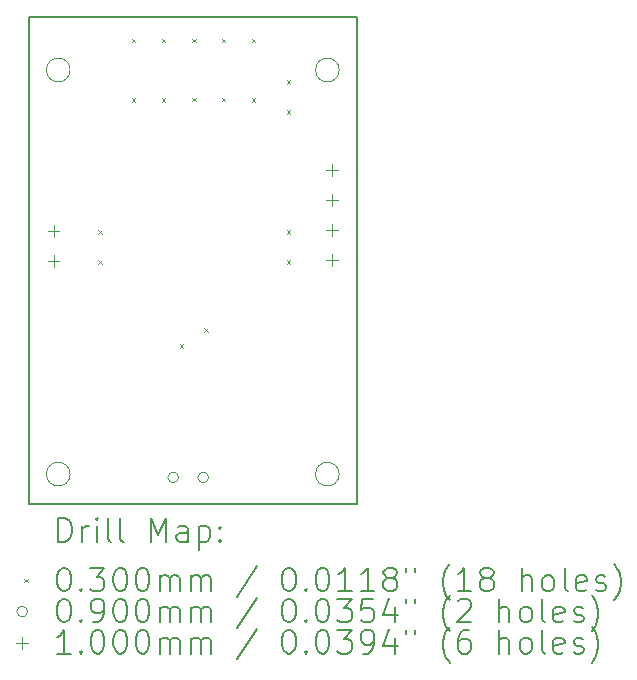
<source format=gbr>
%TF.GenerationSoftware,KiCad,Pcbnew,9.0.0*%
%TF.CreationDate,2025-03-07T16:35:21+08:00*%
%TF.ProjectId,Esp32InfraredController,45737033-3249-46e6-9672-61726564436f,rev?*%
%TF.SameCoordinates,Original*%
%TF.FileFunction,Drillmap*%
%TF.FilePolarity,Positive*%
%FSLAX45Y45*%
G04 Gerber Fmt 4.5, Leading zero omitted, Abs format (unit mm)*
G04 Created by KiCad (PCBNEW 9.0.0) date 2025-03-07 16:35:21*
%MOMM*%
%LPD*%
G01*
G04 APERTURE LIST*
%ADD10C,0.050000*%
%ADD11C,0.200000*%
%ADD12C,0.100000*%
G04 APERTURE END LIST*
D10*
X12978000Y-8372000D02*
G75*
G02*
X12778000Y-8372000I-100000J0D01*
G01*
X12778000Y-8372000D02*
G75*
G02*
X12978000Y-8372000I100000J0D01*
G01*
X10700000Y-4950000D02*
G75*
G02*
X10500000Y-4950000I-100000J0D01*
G01*
X10500000Y-4950000D02*
G75*
G02*
X10700000Y-4950000I100000J0D01*
G01*
X10700000Y-8372000D02*
G75*
G02*
X10500000Y-8372000I-100000J0D01*
G01*
X10500000Y-8372000D02*
G75*
G02*
X10700000Y-8372000I100000J0D01*
G01*
X12978000Y-4950000D02*
G75*
G02*
X12778000Y-4950000I-100000J0D01*
G01*
X12778000Y-4950000D02*
G75*
G02*
X12978000Y-4950000I100000J0D01*
G01*
D11*
X10350000Y-4500000D02*
X13128000Y-4500000D01*
X13128000Y-8622000D01*
X10350000Y-8622000D01*
X10350000Y-4500000D01*
D12*
X10936500Y-6309000D02*
X10966500Y-6339000D01*
X10966500Y-6309000D02*
X10936500Y-6339000D01*
X10936500Y-6563000D02*
X10966500Y-6593000D01*
X10966500Y-6563000D02*
X10936500Y-6593000D01*
X11223000Y-4685000D02*
X11253000Y-4715000D01*
X11253000Y-4685000D02*
X11223000Y-4715000D01*
X11223000Y-5189000D02*
X11253000Y-5219000D01*
X11253000Y-5189000D02*
X11223000Y-5219000D01*
X11477000Y-4685000D02*
X11507000Y-4715000D01*
X11507000Y-4685000D02*
X11477000Y-4715000D01*
X11477000Y-5189000D02*
X11507000Y-5219000D01*
X11507000Y-5189000D02*
X11477000Y-5219000D01*
X11630000Y-7272500D02*
X11660000Y-7302500D01*
X11660000Y-7272500D02*
X11630000Y-7302500D01*
X11735000Y-4685000D02*
X11765000Y-4715000D01*
X11765000Y-4685000D02*
X11735000Y-4715000D01*
X11735000Y-5185000D02*
X11765000Y-5215000D01*
X11765000Y-5185000D02*
X11735000Y-5215000D01*
X11835000Y-7135000D02*
X11865000Y-7165000D01*
X11865000Y-7135000D02*
X11835000Y-7165000D01*
X11985000Y-4685000D02*
X12015000Y-4715000D01*
X12015000Y-4685000D02*
X11985000Y-4715000D01*
X11985000Y-5185000D02*
X12015000Y-5215000D01*
X12015000Y-5185000D02*
X11985000Y-5215000D01*
X12239000Y-4685000D02*
X12269000Y-4715000D01*
X12269000Y-4685000D02*
X12239000Y-4715000D01*
X12239000Y-5189000D02*
X12269000Y-5219000D01*
X12269000Y-5189000D02*
X12239000Y-5219000D01*
X12533500Y-5039000D02*
X12563500Y-5069000D01*
X12563500Y-5039000D02*
X12533500Y-5069000D01*
X12533500Y-5293000D02*
X12563500Y-5323000D01*
X12563500Y-5293000D02*
X12533500Y-5323000D01*
X12533500Y-6309000D02*
X12563500Y-6339000D01*
X12563500Y-6309000D02*
X12533500Y-6339000D01*
X12533500Y-6563000D02*
X12563500Y-6593000D01*
X12563500Y-6563000D02*
X12533500Y-6593000D01*
X11618000Y-8400000D02*
G75*
G02*
X11528000Y-8400000I-45000J0D01*
G01*
X11528000Y-8400000D02*
G75*
G02*
X11618000Y-8400000I45000J0D01*
G01*
X11872000Y-8400000D02*
G75*
G02*
X11782000Y-8400000I-45000J0D01*
G01*
X11782000Y-8400000D02*
G75*
G02*
X11872000Y-8400000I45000J0D01*
G01*
X10560000Y-6263500D02*
X10560000Y-6363500D01*
X10510000Y-6313500D02*
X10610000Y-6313500D01*
X10560000Y-6517500D02*
X10560000Y-6617500D01*
X10510000Y-6567500D02*
X10610000Y-6567500D01*
X12920000Y-5748000D02*
X12920000Y-5848000D01*
X12870000Y-5798000D02*
X12970000Y-5798000D01*
X12920000Y-6002000D02*
X12920000Y-6102000D01*
X12870000Y-6052000D02*
X12970000Y-6052000D01*
X12920000Y-6256000D02*
X12920000Y-6356000D01*
X12870000Y-6306000D02*
X12970000Y-6306000D01*
X12920000Y-6510000D02*
X12920000Y-6610000D01*
X12870000Y-6560000D02*
X12970000Y-6560000D01*
D11*
X10600777Y-8943484D02*
X10600777Y-8743484D01*
X10600777Y-8743484D02*
X10648396Y-8743484D01*
X10648396Y-8743484D02*
X10676967Y-8753008D01*
X10676967Y-8753008D02*
X10696015Y-8772055D01*
X10696015Y-8772055D02*
X10705539Y-8791103D01*
X10705539Y-8791103D02*
X10715063Y-8829198D01*
X10715063Y-8829198D02*
X10715063Y-8857770D01*
X10715063Y-8857770D02*
X10705539Y-8895865D01*
X10705539Y-8895865D02*
X10696015Y-8914912D01*
X10696015Y-8914912D02*
X10676967Y-8933960D01*
X10676967Y-8933960D02*
X10648396Y-8943484D01*
X10648396Y-8943484D02*
X10600777Y-8943484D01*
X10800777Y-8943484D02*
X10800777Y-8810150D01*
X10800777Y-8848246D02*
X10810301Y-8829198D01*
X10810301Y-8829198D02*
X10819824Y-8819674D01*
X10819824Y-8819674D02*
X10838872Y-8810150D01*
X10838872Y-8810150D02*
X10857920Y-8810150D01*
X10924586Y-8943484D02*
X10924586Y-8810150D01*
X10924586Y-8743484D02*
X10915063Y-8753008D01*
X10915063Y-8753008D02*
X10924586Y-8762531D01*
X10924586Y-8762531D02*
X10934110Y-8753008D01*
X10934110Y-8753008D02*
X10924586Y-8743484D01*
X10924586Y-8743484D02*
X10924586Y-8762531D01*
X11048396Y-8943484D02*
X11029348Y-8933960D01*
X11029348Y-8933960D02*
X11019824Y-8914912D01*
X11019824Y-8914912D02*
X11019824Y-8743484D01*
X11153158Y-8943484D02*
X11134110Y-8933960D01*
X11134110Y-8933960D02*
X11124586Y-8914912D01*
X11124586Y-8914912D02*
X11124586Y-8743484D01*
X11381729Y-8943484D02*
X11381729Y-8743484D01*
X11381729Y-8743484D02*
X11448396Y-8886341D01*
X11448396Y-8886341D02*
X11515062Y-8743484D01*
X11515062Y-8743484D02*
X11515062Y-8943484D01*
X11696015Y-8943484D02*
X11696015Y-8838722D01*
X11696015Y-8838722D02*
X11686491Y-8819674D01*
X11686491Y-8819674D02*
X11667443Y-8810150D01*
X11667443Y-8810150D02*
X11629348Y-8810150D01*
X11629348Y-8810150D02*
X11610301Y-8819674D01*
X11696015Y-8933960D02*
X11676967Y-8943484D01*
X11676967Y-8943484D02*
X11629348Y-8943484D01*
X11629348Y-8943484D02*
X11610301Y-8933960D01*
X11610301Y-8933960D02*
X11600777Y-8914912D01*
X11600777Y-8914912D02*
X11600777Y-8895865D01*
X11600777Y-8895865D02*
X11610301Y-8876817D01*
X11610301Y-8876817D02*
X11629348Y-8867293D01*
X11629348Y-8867293D02*
X11676967Y-8867293D01*
X11676967Y-8867293D02*
X11696015Y-8857770D01*
X11791253Y-8810150D02*
X11791253Y-9010150D01*
X11791253Y-8819674D02*
X11810301Y-8810150D01*
X11810301Y-8810150D02*
X11848396Y-8810150D01*
X11848396Y-8810150D02*
X11867443Y-8819674D01*
X11867443Y-8819674D02*
X11876967Y-8829198D01*
X11876967Y-8829198D02*
X11886491Y-8848246D01*
X11886491Y-8848246D02*
X11886491Y-8905389D01*
X11886491Y-8905389D02*
X11876967Y-8924436D01*
X11876967Y-8924436D02*
X11867443Y-8933960D01*
X11867443Y-8933960D02*
X11848396Y-8943484D01*
X11848396Y-8943484D02*
X11810301Y-8943484D01*
X11810301Y-8943484D02*
X11791253Y-8933960D01*
X11972205Y-8924436D02*
X11981729Y-8933960D01*
X11981729Y-8933960D02*
X11972205Y-8943484D01*
X11972205Y-8943484D02*
X11962682Y-8933960D01*
X11962682Y-8933960D02*
X11972205Y-8924436D01*
X11972205Y-8924436D02*
X11972205Y-8943484D01*
X11972205Y-8819674D02*
X11981729Y-8829198D01*
X11981729Y-8829198D02*
X11972205Y-8838722D01*
X11972205Y-8838722D02*
X11962682Y-8829198D01*
X11962682Y-8829198D02*
X11972205Y-8819674D01*
X11972205Y-8819674D02*
X11972205Y-8838722D01*
D12*
X10310000Y-9257000D02*
X10340000Y-9287000D01*
X10340000Y-9257000D02*
X10310000Y-9287000D01*
D11*
X10638872Y-9163484D02*
X10657920Y-9163484D01*
X10657920Y-9163484D02*
X10676967Y-9173008D01*
X10676967Y-9173008D02*
X10686491Y-9182531D01*
X10686491Y-9182531D02*
X10696015Y-9201579D01*
X10696015Y-9201579D02*
X10705539Y-9239674D01*
X10705539Y-9239674D02*
X10705539Y-9287293D01*
X10705539Y-9287293D02*
X10696015Y-9325389D01*
X10696015Y-9325389D02*
X10686491Y-9344436D01*
X10686491Y-9344436D02*
X10676967Y-9353960D01*
X10676967Y-9353960D02*
X10657920Y-9363484D01*
X10657920Y-9363484D02*
X10638872Y-9363484D01*
X10638872Y-9363484D02*
X10619824Y-9353960D01*
X10619824Y-9353960D02*
X10610301Y-9344436D01*
X10610301Y-9344436D02*
X10600777Y-9325389D01*
X10600777Y-9325389D02*
X10591253Y-9287293D01*
X10591253Y-9287293D02*
X10591253Y-9239674D01*
X10591253Y-9239674D02*
X10600777Y-9201579D01*
X10600777Y-9201579D02*
X10610301Y-9182531D01*
X10610301Y-9182531D02*
X10619824Y-9173008D01*
X10619824Y-9173008D02*
X10638872Y-9163484D01*
X10791253Y-9344436D02*
X10800777Y-9353960D01*
X10800777Y-9353960D02*
X10791253Y-9363484D01*
X10791253Y-9363484D02*
X10781729Y-9353960D01*
X10781729Y-9353960D02*
X10791253Y-9344436D01*
X10791253Y-9344436D02*
X10791253Y-9363484D01*
X10867444Y-9163484D02*
X10991253Y-9163484D01*
X10991253Y-9163484D02*
X10924586Y-9239674D01*
X10924586Y-9239674D02*
X10953158Y-9239674D01*
X10953158Y-9239674D02*
X10972205Y-9249198D01*
X10972205Y-9249198D02*
X10981729Y-9258722D01*
X10981729Y-9258722D02*
X10991253Y-9277770D01*
X10991253Y-9277770D02*
X10991253Y-9325389D01*
X10991253Y-9325389D02*
X10981729Y-9344436D01*
X10981729Y-9344436D02*
X10972205Y-9353960D01*
X10972205Y-9353960D02*
X10953158Y-9363484D01*
X10953158Y-9363484D02*
X10896015Y-9363484D01*
X10896015Y-9363484D02*
X10876967Y-9353960D01*
X10876967Y-9353960D02*
X10867444Y-9344436D01*
X11115063Y-9163484D02*
X11134110Y-9163484D01*
X11134110Y-9163484D02*
X11153158Y-9173008D01*
X11153158Y-9173008D02*
X11162682Y-9182531D01*
X11162682Y-9182531D02*
X11172205Y-9201579D01*
X11172205Y-9201579D02*
X11181729Y-9239674D01*
X11181729Y-9239674D02*
X11181729Y-9287293D01*
X11181729Y-9287293D02*
X11172205Y-9325389D01*
X11172205Y-9325389D02*
X11162682Y-9344436D01*
X11162682Y-9344436D02*
X11153158Y-9353960D01*
X11153158Y-9353960D02*
X11134110Y-9363484D01*
X11134110Y-9363484D02*
X11115063Y-9363484D01*
X11115063Y-9363484D02*
X11096015Y-9353960D01*
X11096015Y-9353960D02*
X11086491Y-9344436D01*
X11086491Y-9344436D02*
X11076967Y-9325389D01*
X11076967Y-9325389D02*
X11067444Y-9287293D01*
X11067444Y-9287293D02*
X11067444Y-9239674D01*
X11067444Y-9239674D02*
X11076967Y-9201579D01*
X11076967Y-9201579D02*
X11086491Y-9182531D01*
X11086491Y-9182531D02*
X11096015Y-9173008D01*
X11096015Y-9173008D02*
X11115063Y-9163484D01*
X11305539Y-9163484D02*
X11324586Y-9163484D01*
X11324586Y-9163484D02*
X11343634Y-9173008D01*
X11343634Y-9173008D02*
X11353158Y-9182531D01*
X11353158Y-9182531D02*
X11362682Y-9201579D01*
X11362682Y-9201579D02*
X11372205Y-9239674D01*
X11372205Y-9239674D02*
X11372205Y-9287293D01*
X11372205Y-9287293D02*
X11362682Y-9325389D01*
X11362682Y-9325389D02*
X11353158Y-9344436D01*
X11353158Y-9344436D02*
X11343634Y-9353960D01*
X11343634Y-9353960D02*
X11324586Y-9363484D01*
X11324586Y-9363484D02*
X11305539Y-9363484D01*
X11305539Y-9363484D02*
X11286491Y-9353960D01*
X11286491Y-9353960D02*
X11276967Y-9344436D01*
X11276967Y-9344436D02*
X11267443Y-9325389D01*
X11267443Y-9325389D02*
X11257920Y-9287293D01*
X11257920Y-9287293D02*
X11257920Y-9239674D01*
X11257920Y-9239674D02*
X11267443Y-9201579D01*
X11267443Y-9201579D02*
X11276967Y-9182531D01*
X11276967Y-9182531D02*
X11286491Y-9173008D01*
X11286491Y-9173008D02*
X11305539Y-9163484D01*
X11457920Y-9363484D02*
X11457920Y-9230150D01*
X11457920Y-9249198D02*
X11467443Y-9239674D01*
X11467443Y-9239674D02*
X11486491Y-9230150D01*
X11486491Y-9230150D02*
X11515063Y-9230150D01*
X11515063Y-9230150D02*
X11534110Y-9239674D01*
X11534110Y-9239674D02*
X11543634Y-9258722D01*
X11543634Y-9258722D02*
X11543634Y-9363484D01*
X11543634Y-9258722D02*
X11553158Y-9239674D01*
X11553158Y-9239674D02*
X11572205Y-9230150D01*
X11572205Y-9230150D02*
X11600777Y-9230150D01*
X11600777Y-9230150D02*
X11619824Y-9239674D01*
X11619824Y-9239674D02*
X11629348Y-9258722D01*
X11629348Y-9258722D02*
X11629348Y-9363484D01*
X11724586Y-9363484D02*
X11724586Y-9230150D01*
X11724586Y-9249198D02*
X11734110Y-9239674D01*
X11734110Y-9239674D02*
X11753158Y-9230150D01*
X11753158Y-9230150D02*
X11781729Y-9230150D01*
X11781729Y-9230150D02*
X11800777Y-9239674D01*
X11800777Y-9239674D02*
X11810301Y-9258722D01*
X11810301Y-9258722D02*
X11810301Y-9363484D01*
X11810301Y-9258722D02*
X11819824Y-9239674D01*
X11819824Y-9239674D02*
X11838872Y-9230150D01*
X11838872Y-9230150D02*
X11867443Y-9230150D01*
X11867443Y-9230150D02*
X11886491Y-9239674D01*
X11886491Y-9239674D02*
X11896015Y-9258722D01*
X11896015Y-9258722D02*
X11896015Y-9363484D01*
X12286491Y-9153960D02*
X12115063Y-9411103D01*
X12543634Y-9163484D02*
X12562682Y-9163484D01*
X12562682Y-9163484D02*
X12581729Y-9173008D01*
X12581729Y-9173008D02*
X12591253Y-9182531D01*
X12591253Y-9182531D02*
X12600777Y-9201579D01*
X12600777Y-9201579D02*
X12610301Y-9239674D01*
X12610301Y-9239674D02*
X12610301Y-9287293D01*
X12610301Y-9287293D02*
X12600777Y-9325389D01*
X12600777Y-9325389D02*
X12591253Y-9344436D01*
X12591253Y-9344436D02*
X12581729Y-9353960D01*
X12581729Y-9353960D02*
X12562682Y-9363484D01*
X12562682Y-9363484D02*
X12543634Y-9363484D01*
X12543634Y-9363484D02*
X12524586Y-9353960D01*
X12524586Y-9353960D02*
X12515063Y-9344436D01*
X12515063Y-9344436D02*
X12505539Y-9325389D01*
X12505539Y-9325389D02*
X12496015Y-9287293D01*
X12496015Y-9287293D02*
X12496015Y-9239674D01*
X12496015Y-9239674D02*
X12505539Y-9201579D01*
X12505539Y-9201579D02*
X12515063Y-9182531D01*
X12515063Y-9182531D02*
X12524586Y-9173008D01*
X12524586Y-9173008D02*
X12543634Y-9163484D01*
X12696015Y-9344436D02*
X12705539Y-9353960D01*
X12705539Y-9353960D02*
X12696015Y-9363484D01*
X12696015Y-9363484D02*
X12686491Y-9353960D01*
X12686491Y-9353960D02*
X12696015Y-9344436D01*
X12696015Y-9344436D02*
X12696015Y-9363484D01*
X12829348Y-9163484D02*
X12848396Y-9163484D01*
X12848396Y-9163484D02*
X12867444Y-9173008D01*
X12867444Y-9173008D02*
X12876967Y-9182531D01*
X12876967Y-9182531D02*
X12886491Y-9201579D01*
X12886491Y-9201579D02*
X12896015Y-9239674D01*
X12896015Y-9239674D02*
X12896015Y-9287293D01*
X12896015Y-9287293D02*
X12886491Y-9325389D01*
X12886491Y-9325389D02*
X12876967Y-9344436D01*
X12876967Y-9344436D02*
X12867444Y-9353960D01*
X12867444Y-9353960D02*
X12848396Y-9363484D01*
X12848396Y-9363484D02*
X12829348Y-9363484D01*
X12829348Y-9363484D02*
X12810301Y-9353960D01*
X12810301Y-9353960D02*
X12800777Y-9344436D01*
X12800777Y-9344436D02*
X12791253Y-9325389D01*
X12791253Y-9325389D02*
X12781729Y-9287293D01*
X12781729Y-9287293D02*
X12781729Y-9239674D01*
X12781729Y-9239674D02*
X12791253Y-9201579D01*
X12791253Y-9201579D02*
X12800777Y-9182531D01*
X12800777Y-9182531D02*
X12810301Y-9173008D01*
X12810301Y-9173008D02*
X12829348Y-9163484D01*
X13086491Y-9363484D02*
X12972206Y-9363484D01*
X13029348Y-9363484D02*
X13029348Y-9163484D01*
X13029348Y-9163484D02*
X13010301Y-9192055D01*
X13010301Y-9192055D02*
X12991253Y-9211103D01*
X12991253Y-9211103D02*
X12972206Y-9220627D01*
X13276967Y-9363484D02*
X13162682Y-9363484D01*
X13219825Y-9363484D02*
X13219825Y-9163484D01*
X13219825Y-9163484D02*
X13200777Y-9192055D01*
X13200777Y-9192055D02*
X13181729Y-9211103D01*
X13181729Y-9211103D02*
X13162682Y-9220627D01*
X13391253Y-9249198D02*
X13372206Y-9239674D01*
X13372206Y-9239674D02*
X13362682Y-9230150D01*
X13362682Y-9230150D02*
X13353158Y-9211103D01*
X13353158Y-9211103D02*
X13353158Y-9201579D01*
X13353158Y-9201579D02*
X13362682Y-9182531D01*
X13362682Y-9182531D02*
X13372206Y-9173008D01*
X13372206Y-9173008D02*
X13391253Y-9163484D01*
X13391253Y-9163484D02*
X13429348Y-9163484D01*
X13429348Y-9163484D02*
X13448396Y-9173008D01*
X13448396Y-9173008D02*
X13457920Y-9182531D01*
X13457920Y-9182531D02*
X13467444Y-9201579D01*
X13467444Y-9201579D02*
X13467444Y-9211103D01*
X13467444Y-9211103D02*
X13457920Y-9230150D01*
X13457920Y-9230150D02*
X13448396Y-9239674D01*
X13448396Y-9239674D02*
X13429348Y-9249198D01*
X13429348Y-9249198D02*
X13391253Y-9249198D01*
X13391253Y-9249198D02*
X13372206Y-9258722D01*
X13372206Y-9258722D02*
X13362682Y-9268246D01*
X13362682Y-9268246D02*
X13353158Y-9287293D01*
X13353158Y-9287293D02*
X13353158Y-9325389D01*
X13353158Y-9325389D02*
X13362682Y-9344436D01*
X13362682Y-9344436D02*
X13372206Y-9353960D01*
X13372206Y-9353960D02*
X13391253Y-9363484D01*
X13391253Y-9363484D02*
X13429348Y-9363484D01*
X13429348Y-9363484D02*
X13448396Y-9353960D01*
X13448396Y-9353960D02*
X13457920Y-9344436D01*
X13457920Y-9344436D02*
X13467444Y-9325389D01*
X13467444Y-9325389D02*
X13467444Y-9287293D01*
X13467444Y-9287293D02*
X13457920Y-9268246D01*
X13457920Y-9268246D02*
X13448396Y-9258722D01*
X13448396Y-9258722D02*
X13429348Y-9249198D01*
X13543634Y-9163484D02*
X13543634Y-9201579D01*
X13619825Y-9163484D02*
X13619825Y-9201579D01*
X13915063Y-9439674D02*
X13905539Y-9430150D01*
X13905539Y-9430150D02*
X13886491Y-9401579D01*
X13886491Y-9401579D02*
X13876968Y-9382531D01*
X13876968Y-9382531D02*
X13867444Y-9353960D01*
X13867444Y-9353960D02*
X13857920Y-9306341D01*
X13857920Y-9306341D02*
X13857920Y-9268246D01*
X13857920Y-9268246D02*
X13867444Y-9220627D01*
X13867444Y-9220627D02*
X13876968Y-9192055D01*
X13876968Y-9192055D02*
X13886491Y-9173008D01*
X13886491Y-9173008D02*
X13905539Y-9144436D01*
X13905539Y-9144436D02*
X13915063Y-9134912D01*
X14096015Y-9363484D02*
X13981729Y-9363484D01*
X14038872Y-9363484D02*
X14038872Y-9163484D01*
X14038872Y-9163484D02*
X14019825Y-9192055D01*
X14019825Y-9192055D02*
X14000777Y-9211103D01*
X14000777Y-9211103D02*
X13981729Y-9220627D01*
X14210301Y-9249198D02*
X14191253Y-9239674D01*
X14191253Y-9239674D02*
X14181729Y-9230150D01*
X14181729Y-9230150D02*
X14172206Y-9211103D01*
X14172206Y-9211103D02*
X14172206Y-9201579D01*
X14172206Y-9201579D02*
X14181729Y-9182531D01*
X14181729Y-9182531D02*
X14191253Y-9173008D01*
X14191253Y-9173008D02*
X14210301Y-9163484D01*
X14210301Y-9163484D02*
X14248396Y-9163484D01*
X14248396Y-9163484D02*
X14267444Y-9173008D01*
X14267444Y-9173008D02*
X14276968Y-9182531D01*
X14276968Y-9182531D02*
X14286491Y-9201579D01*
X14286491Y-9201579D02*
X14286491Y-9211103D01*
X14286491Y-9211103D02*
X14276968Y-9230150D01*
X14276968Y-9230150D02*
X14267444Y-9239674D01*
X14267444Y-9239674D02*
X14248396Y-9249198D01*
X14248396Y-9249198D02*
X14210301Y-9249198D01*
X14210301Y-9249198D02*
X14191253Y-9258722D01*
X14191253Y-9258722D02*
X14181729Y-9268246D01*
X14181729Y-9268246D02*
X14172206Y-9287293D01*
X14172206Y-9287293D02*
X14172206Y-9325389D01*
X14172206Y-9325389D02*
X14181729Y-9344436D01*
X14181729Y-9344436D02*
X14191253Y-9353960D01*
X14191253Y-9353960D02*
X14210301Y-9363484D01*
X14210301Y-9363484D02*
X14248396Y-9363484D01*
X14248396Y-9363484D02*
X14267444Y-9353960D01*
X14267444Y-9353960D02*
X14276968Y-9344436D01*
X14276968Y-9344436D02*
X14286491Y-9325389D01*
X14286491Y-9325389D02*
X14286491Y-9287293D01*
X14286491Y-9287293D02*
X14276968Y-9268246D01*
X14276968Y-9268246D02*
X14267444Y-9258722D01*
X14267444Y-9258722D02*
X14248396Y-9249198D01*
X14524587Y-9363484D02*
X14524587Y-9163484D01*
X14610301Y-9363484D02*
X14610301Y-9258722D01*
X14610301Y-9258722D02*
X14600777Y-9239674D01*
X14600777Y-9239674D02*
X14581730Y-9230150D01*
X14581730Y-9230150D02*
X14553158Y-9230150D01*
X14553158Y-9230150D02*
X14534110Y-9239674D01*
X14534110Y-9239674D02*
X14524587Y-9249198D01*
X14734110Y-9363484D02*
X14715063Y-9353960D01*
X14715063Y-9353960D02*
X14705539Y-9344436D01*
X14705539Y-9344436D02*
X14696015Y-9325389D01*
X14696015Y-9325389D02*
X14696015Y-9268246D01*
X14696015Y-9268246D02*
X14705539Y-9249198D01*
X14705539Y-9249198D02*
X14715063Y-9239674D01*
X14715063Y-9239674D02*
X14734110Y-9230150D01*
X14734110Y-9230150D02*
X14762682Y-9230150D01*
X14762682Y-9230150D02*
X14781730Y-9239674D01*
X14781730Y-9239674D02*
X14791253Y-9249198D01*
X14791253Y-9249198D02*
X14800777Y-9268246D01*
X14800777Y-9268246D02*
X14800777Y-9325389D01*
X14800777Y-9325389D02*
X14791253Y-9344436D01*
X14791253Y-9344436D02*
X14781730Y-9353960D01*
X14781730Y-9353960D02*
X14762682Y-9363484D01*
X14762682Y-9363484D02*
X14734110Y-9363484D01*
X14915063Y-9363484D02*
X14896015Y-9353960D01*
X14896015Y-9353960D02*
X14886491Y-9334912D01*
X14886491Y-9334912D02*
X14886491Y-9163484D01*
X15067444Y-9353960D02*
X15048396Y-9363484D01*
X15048396Y-9363484D02*
X15010301Y-9363484D01*
X15010301Y-9363484D02*
X14991253Y-9353960D01*
X14991253Y-9353960D02*
X14981730Y-9334912D01*
X14981730Y-9334912D02*
X14981730Y-9258722D01*
X14981730Y-9258722D02*
X14991253Y-9239674D01*
X14991253Y-9239674D02*
X15010301Y-9230150D01*
X15010301Y-9230150D02*
X15048396Y-9230150D01*
X15048396Y-9230150D02*
X15067444Y-9239674D01*
X15067444Y-9239674D02*
X15076968Y-9258722D01*
X15076968Y-9258722D02*
X15076968Y-9277770D01*
X15076968Y-9277770D02*
X14981730Y-9296817D01*
X15153158Y-9353960D02*
X15172206Y-9363484D01*
X15172206Y-9363484D02*
X15210301Y-9363484D01*
X15210301Y-9363484D02*
X15229349Y-9353960D01*
X15229349Y-9353960D02*
X15238872Y-9334912D01*
X15238872Y-9334912D02*
X15238872Y-9325389D01*
X15238872Y-9325389D02*
X15229349Y-9306341D01*
X15229349Y-9306341D02*
X15210301Y-9296817D01*
X15210301Y-9296817D02*
X15181730Y-9296817D01*
X15181730Y-9296817D02*
X15162682Y-9287293D01*
X15162682Y-9287293D02*
X15153158Y-9268246D01*
X15153158Y-9268246D02*
X15153158Y-9258722D01*
X15153158Y-9258722D02*
X15162682Y-9239674D01*
X15162682Y-9239674D02*
X15181730Y-9230150D01*
X15181730Y-9230150D02*
X15210301Y-9230150D01*
X15210301Y-9230150D02*
X15229349Y-9239674D01*
X15305539Y-9439674D02*
X15315063Y-9430150D01*
X15315063Y-9430150D02*
X15334111Y-9401579D01*
X15334111Y-9401579D02*
X15343634Y-9382531D01*
X15343634Y-9382531D02*
X15353158Y-9353960D01*
X15353158Y-9353960D02*
X15362682Y-9306341D01*
X15362682Y-9306341D02*
X15362682Y-9268246D01*
X15362682Y-9268246D02*
X15353158Y-9220627D01*
X15353158Y-9220627D02*
X15343634Y-9192055D01*
X15343634Y-9192055D02*
X15334111Y-9173008D01*
X15334111Y-9173008D02*
X15315063Y-9144436D01*
X15315063Y-9144436D02*
X15305539Y-9134912D01*
D12*
X10340000Y-9536000D02*
G75*
G02*
X10250000Y-9536000I-45000J0D01*
G01*
X10250000Y-9536000D02*
G75*
G02*
X10340000Y-9536000I45000J0D01*
G01*
D11*
X10638872Y-9427484D02*
X10657920Y-9427484D01*
X10657920Y-9427484D02*
X10676967Y-9437008D01*
X10676967Y-9437008D02*
X10686491Y-9446531D01*
X10686491Y-9446531D02*
X10696015Y-9465579D01*
X10696015Y-9465579D02*
X10705539Y-9503674D01*
X10705539Y-9503674D02*
X10705539Y-9551293D01*
X10705539Y-9551293D02*
X10696015Y-9589389D01*
X10696015Y-9589389D02*
X10686491Y-9608436D01*
X10686491Y-9608436D02*
X10676967Y-9617960D01*
X10676967Y-9617960D02*
X10657920Y-9627484D01*
X10657920Y-9627484D02*
X10638872Y-9627484D01*
X10638872Y-9627484D02*
X10619824Y-9617960D01*
X10619824Y-9617960D02*
X10610301Y-9608436D01*
X10610301Y-9608436D02*
X10600777Y-9589389D01*
X10600777Y-9589389D02*
X10591253Y-9551293D01*
X10591253Y-9551293D02*
X10591253Y-9503674D01*
X10591253Y-9503674D02*
X10600777Y-9465579D01*
X10600777Y-9465579D02*
X10610301Y-9446531D01*
X10610301Y-9446531D02*
X10619824Y-9437008D01*
X10619824Y-9437008D02*
X10638872Y-9427484D01*
X10791253Y-9608436D02*
X10800777Y-9617960D01*
X10800777Y-9617960D02*
X10791253Y-9627484D01*
X10791253Y-9627484D02*
X10781729Y-9617960D01*
X10781729Y-9617960D02*
X10791253Y-9608436D01*
X10791253Y-9608436D02*
X10791253Y-9627484D01*
X10896015Y-9627484D02*
X10934110Y-9627484D01*
X10934110Y-9627484D02*
X10953158Y-9617960D01*
X10953158Y-9617960D02*
X10962682Y-9608436D01*
X10962682Y-9608436D02*
X10981729Y-9579865D01*
X10981729Y-9579865D02*
X10991253Y-9541770D01*
X10991253Y-9541770D02*
X10991253Y-9465579D01*
X10991253Y-9465579D02*
X10981729Y-9446531D01*
X10981729Y-9446531D02*
X10972205Y-9437008D01*
X10972205Y-9437008D02*
X10953158Y-9427484D01*
X10953158Y-9427484D02*
X10915063Y-9427484D01*
X10915063Y-9427484D02*
X10896015Y-9437008D01*
X10896015Y-9437008D02*
X10886491Y-9446531D01*
X10886491Y-9446531D02*
X10876967Y-9465579D01*
X10876967Y-9465579D02*
X10876967Y-9513198D01*
X10876967Y-9513198D02*
X10886491Y-9532246D01*
X10886491Y-9532246D02*
X10896015Y-9541770D01*
X10896015Y-9541770D02*
X10915063Y-9551293D01*
X10915063Y-9551293D02*
X10953158Y-9551293D01*
X10953158Y-9551293D02*
X10972205Y-9541770D01*
X10972205Y-9541770D02*
X10981729Y-9532246D01*
X10981729Y-9532246D02*
X10991253Y-9513198D01*
X11115063Y-9427484D02*
X11134110Y-9427484D01*
X11134110Y-9427484D02*
X11153158Y-9437008D01*
X11153158Y-9437008D02*
X11162682Y-9446531D01*
X11162682Y-9446531D02*
X11172205Y-9465579D01*
X11172205Y-9465579D02*
X11181729Y-9503674D01*
X11181729Y-9503674D02*
X11181729Y-9551293D01*
X11181729Y-9551293D02*
X11172205Y-9589389D01*
X11172205Y-9589389D02*
X11162682Y-9608436D01*
X11162682Y-9608436D02*
X11153158Y-9617960D01*
X11153158Y-9617960D02*
X11134110Y-9627484D01*
X11134110Y-9627484D02*
X11115063Y-9627484D01*
X11115063Y-9627484D02*
X11096015Y-9617960D01*
X11096015Y-9617960D02*
X11086491Y-9608436D01*
X11086491Y-9608436D02*
X11076967Y-9589389D01*
X11076967Y-9589389D02*
X11067444Y-9551293D01*
X11067444Y-9551293D02*
X11067444Y-9503674D01*
X11067444Y-9503674D02*
X11076967Y-9465579D01*
X11076967Y-9465579D02*
X11086491Y-9446531D01*
X11086491Y-9446531D02*
X11096015Y-9437008D01*
X11096015Y-9437008D02*
X11115063Y-9427484D01*
X11305539Y-9427484D02*
X11324586Y-9427484D01*
X11324586Y-9427484D02*
X11343634Y-9437008D01*
X11343634Y-9437008D02*
X11353158Y-9446531D01*
X11353158Y-9446531D02*
X11362682Y-9465579D01*
X11362682Y-9465579D02*
X11372205Y-9503674D01*
X11372205Y-9503674D02*
X11372205Y-9551293D01*
X11372205Y-9551293D02*
X11362682Y-9589389D01*
X11362682Y-9589389D02*
X11353158Y-9608436D01*
X11353158Y-9608436D02*
X11343634Y-9617960D01*
X11343634Y-9617960D02*
X11324586Y-9627484D01*
X11324586Y-9627484D02*
X11305539Y-9627484D01*
X11305539Y-9627484D02*
X11286491Y-9617960D01*
X11286491Y-9617960D02*
X11276967Y-9608436D01*
X11276967Y-9608436D02*
X11267443Y-9589389D01*
X11267443Y-9589389D02*
X11257920Y-9551293D01*
X11257920Y-9551293D02*
X11257920Y-9503674D01*
X11257920Y-9503674D02*
X11267443Y-9465579D01*
X11267443Y-9465579D02*
X11276967Y-9446531D01*
X11276967Y-9446531D02*
X11286491Y-9437008D01*
X11286491Y-9437008D02*
X11305539Y-9427484D01*
X11457920Y-9627484D02*
X11457920Y-9494150D01*
X11457920Y-9513198D02*
X11467443Y-9503674D01*
X11467443Y-9503674D02*
X11486491Y-9494150D01*
X11486491Y-9494150D02*
X11515063Y-9494150D01*
X11515063Y-9494150D02*
X11534110Y-9503674D01*
X11534110Y-9503674D02*
X11543634Y-9522722D01*
X11543634Y-9522722D02*
X11543634Y-9627484D01*
X11543634Y-9522722D02*
X11553158Y-9503674D01*
X11553158Y-9503674D02*
X11572205Y-9494150D01*
X11572205Y-9494150D02*
X11600777Y-9494150D01*
X11600777Y-9494150D02*
X11619824Y-9503674D01*
X11619824Y-9503674D02*
X11629348Y-9522722D01*
X11629348Y-9522722D02*
X11629348Y-9627484D01*
X11724586Y-9627484D02*
X11724586Y-9494150D01*
X11724586Y-9513198D02*
X11734110Y-9503674D01*
X11734110Y-9503674D02*
X11753158Y-9494150D01*
X11753158Y-9494150D02*
X11781729Y-9494150D01*
X11781729Y-9494150D02*
X11800777Y-9503674D01*
X11800777Y-9503674D02*
X11810301Y-9522722D01*
X11810301Y-9522722D02*
X11810301Y-9627484D01*
X11810301Y-9522722D02*
X11819824Y-9503674D01*
X11819824Y-9503674D02*
X11838872Y-9494150D01*
X11838872Y-9494150D02*
X11867443Y-9494150D01*
X11867443Y-9494150D02*
X11886491Y-9503674D01*
X11886491Y-9503674D02*
X11896015Y-9522722D01*
X11896015Y-9522722D02*
X11896015Y-9627484D01*
X12286491Y-9417960D02*
X12115063Y-9675103D01*
X12543634Y-9427484D02*
X12562682Y-9427484D01*
X12562682Y-9427484D02*
X12581729Y-9437008D01*
X12581729Y-9437008D02*
X12591253Y-9446531D01*
X12591253Y-9446531D02*
X12600777Y-9465579D01*
X12600777Y-9465579D02*
X12610301Y-9503674D01*
X12610301Y-9503674D02*
X12610301Y-9551293D01*
X12610301Y-9551293D02*
X12600777Y-9589389D01*
X12600777Y-9589389D02*
X12591253Y-9608436D01*
X12591253Y-9608436D02*
X12581729Y-9617960D01*
X12581729Y-9617960D02*
X12562682Y-9627484D01*
X12562682Y-9627484D02*
X12543634Y-9627484D01*
X12543634Y-9627484D02*
X12524586Y-9617960D01*
X12524586Y-9617960D02*
X12515063Y-9608436D01*
X12515063Y-9608436D02*
X12505539Y-9589389D01*
X12505539Y-9589389D02*
X12496015Y-9551293D01*
X12496015Y-9551293D02*
X12496015Y-9503674D01*
X12496015Y-9503674D02*
X12505539Y-9465579D01*
X12505539Y-9465579D02*
X12515063Y-9446531D01*
X12515063Y-9446531D02*
X12524586Y-9437008D01*
X12524586Y-9437008D02*
X12543634Y-9427484D01*
X12696015Y-9608436D02*
X12705539Y-9617960D01*
X12705539Y-9617960D02*
X12696015Y-9627484D01*
X12696015Y-9627484D02*
X12686491Y-9617960D01*
X12686491Y-9617960D02*
X12696015Y-9608436D01*
X12696015Y-9608436D02*
X12696015Y-9627484D01*
X12829348Y-9427484D02*
X12848396Y-9427484D01*
X12848396Y-9427484D02*
X12867444Y-9437008D01*
X12867444Y-9437008D02*
X12876967Y-9446531D01*
X12876967Y-9446531D02*
X12886491Y-9465579D01*
X12886491Y-9465579D02*
X12896015Y-9503674D01*
X12896015Y-9503674D02*
X12896015Y-9551293D01*
X12896015Y-9551293D02*
X12886491Y-9589389D01*
X12886491Y-9589389D02*
X12876967Y-9608436D01*
X12876967Y-9608436D02*
X12867444Y-9617960D01*
X12867444Y-9617960D02*
X12848396Y-9627484D01*
X12848396Y-9627484D02*
X12829348Y-9627484D01*
X12829348Y-9627484D02*
X12810301Y-9617960D01*
X12810301Y-9617960D02*
X12800777Y-9608436D01*
X12800777Y-9608436D02*
X12791253Y-9589389D01*
X12791253Y-9589389D02*
X12781729Y-9551293D01*
X12781729Y-9551293D02*
X12781729Y-9503674D01*
X12781729Y-9503674D02*
X12791253Y-9465579D01*
X12791253Y-9465579D02*
X12800777Y-9446531D01*
X12800777Y-9446531D02*
X12810301Y-9437008D01*
X12810301Y-9437008D02*
X12829348Y-9427484D01*
X12962682Y-9427484D02*
X13086491Y-9427484D01*
X13086491Y-9427484D02*
X13019825Y-9503674D01*
X13019825Y-9503674D02*
X13048396Y-9503674D01*
X13048396Y-9503674D02*
X13067444Y-9513198D01*
X13067444Y-9513198D02*
X13076967Y-9522722D01*
X13076967Y-9522722D02*
X13086491Y-9541770D01*
X13086491Y-9541770D02*
X13086491Y-9589389D01*
X13086491Y-9589389D02*
X13076967Y-9608436D01*
X13076967Y-9608436D02*
X13067444Y-9617960D01*
X13067444Y-9617960D02*
X13048396Y-9627484D01*
X13048396Y-9627484D02*
X12991253Y-9627484D01*
X12991253Y-9627484D02*
X12972206Y-9617960D01*
X12972206Y-9617960D02*
X12962682Y-9608436D01*
X13267444Y-9427484D02*
X13172206Y-9427484D01*
X13172206Y-9427484D02*
X13162682Y-9522722D01*
X13162682Y-9522722D02*
X13172206Y-9513198D01*
X13172206Y-9513198D02*
X13191253Y-9503674D01*
X13191253Y-9503674D02*
X13238872Y-9503674D01*
X13238872Y-9503674D02*
X13257920Y-9513198D01*
X13257920Y-9513198D02*
X13267444Y-9522722D01*
X13267444Y-9522722D02*
X13276967Y-9541770D01*
X13276967Y-9541770D02*
X13276967Y-9589389D01*
X13276967Y-9589389D02*
X13267444Y-9608436D01*
X13267444Y-9608436D02*
X13257920Y-9617960D01*
X13257920Y-9617960D02*
X13238872Y-9627484D01*
X13238872Y-9627484D02*
X13191253Y-9627484D01*
X13191253Y-9627484D02*
X13172206Y-9617960D01*
X13172206Y-9617960D02*
X13162682Y-9608436D01*
X13448396Y-9494150D02*
X13448396Y-9627484D01*
X13400777Y-9417960D02*
X13353158Y-9560817D01*
X13353158Y-9560817D02*
X13476967Y-9560817D01*
X13543634Y-9427484D02*
X13543634Y-9465579D01*
X13619825Y-9427484D02*
X13619825Y-9465579D01*
X13915063Y-9703674D02*
X13905539Y-9694150D01*
X13905539Y-9694150D02*
X13886491Y-9665579D01*
X13886491Y-9665579D02*
X13876968Y-9646531D01*
X13876968Y-9646531D02*
X13867444Y-9617960D01*
X13867444Y-9617960D02*
X13857920Y-9570341D01*
X13857920Y-9570341D02*
X13857920Y-9532246D01*
X13857920Y-9532246D02*
X13867444Y-9484627D01*
X13867444Y-9484627D02*
X13876968Y-9456055D01*
X13876968Y-9456055D02*
X13886491Y-9437008D01*
X13886491Y-9437008D02*
X13905539Y-9408436D01*
X13905539Y-9408436D02*
X13915063Y-9398912D01*
X13981729Y-9446531D02*
X13991253Y-9437008D01*
X13991253Y-9437008D02*
X14010301Y-9427484D01*
X14010301Y-9427484D02*
X14057920Y-9427484D01*
X14057920Y-9427484D02*
X14076968Y-9437008D01*
X14076968Y-9437008D02*
X14086491Y-9446531D01*
X14086491Y-9446531D02*
X14096015Y-9465579D01*
X14096015Y-9465579D02*
X14096015Y-9484627D01*
X14096015Y-9484627D02*
X14086491Y-9513198D01*
X14086491Y-9513198D02*
X13972206Y-9627484D01*
X13972206Y-9627484D02*
X14096015Y-9627484D01*
X14334110Y-9627484D02*
X14334110Y-9427484D01*
X14419825Y-9627484D02*
X14419825Y-9522722D01*
X14419825Y-9522722D02*
X14410301Y-9503674D01*
X14410301Y-9503674D02*
X14391253Y-9494150D01*
X14391253Y-9494150D02*
X14362682Y-9494150D01*
X14362682Y-9494150D02*
X14343634Y-9503674D01*
X14343634Y-9503674D02*
X14334110Y-9513198D01*
X14543634Y-9627484D02*
X14524587Y-9617960D01*
X14524587Y-9617960D02*
X14515063Y-9608436D01*
X14515063Y-9608436D02*
X14505539Y-9589389D01*
X14505539Y-9589389D02*
X14505539Y-9532246D01*
X14505539Y-9532246D02*
X14515063Y-9513198D01*
X14515063Y-9513198D02*
X14524587Y-9503674D01*
X14524587Y-9503674D02*
X14543634Y-9494150D01*
X14543634Y-9494150D02*
X14572206Y-9494150D01*
X14572206Y-9494150D02*
X14591253Y-9503674D01*
X14591253Y-9503674D02*
X14600777Y-9513198D01*
X14600777Y-9513198D02*
X14610301Y-9532246D01*
X14610301Y-9532246D02*
X14610301Y-9589389D01*
X14610301Y-9589389D02*
X14600777Y-9608436D01*
X14600777Y-9608436D02*
X14591253Y-9617960D01*
X14591253Y-9617960D02*
X14572206Y-9627484D01*
X14572206Y-9627484D02*
X14543634Y-9627484D01*
X14724587Y-9627484D02*
X14705539Y-9617960D01*
X14705539Y-9617960D02*
X14696015Y-9598912D01*
X14696015Y-9598912D02*
X14696015Y-9427484D01*
X14876968Y-9617960D02*
X14857920Y-9627484D01*
X14857920Y-9627484D02*
X14819825Y-9627484D01*
X14819825Y-9627484D02*
X14800777Y-9617960D01*
X14800777Y-9617960D02*
X14791253Y-9598912D01*
X14791253Y-9598912D02*
X14791253Y-9522722D01*
X14791253Y-9522722D02*
X14800777Y-9503674D01*
X14800777Y-9503674D02*
X14819825Y-9494150D01*
X14819825Y-9494150D02*
X14857920Y-9494150D01*
X14857920Y-9494150D02*
X14876968Y-9503674D01*
X14876968Y-9503674D02*
X14886491Y-9522722D01*
X14886491Y-9522722D02*
X14886491Y-9541770D01*
X14886491Y-9541770D02*
X14791253Y-9560817D01*
X14962682Y-9617960D02*
X14981730Y-9627484D01*
X14981730Y-9627484D02*
X15019825Y-9627484D01*
X15019825Y-9627484D02*
X15038872Y-9617960D01*
X15038872Y-9617960D02*
X15048396Y-9598912D01*
X15048396Y-9598912D02*
X15048396Y-9589389D01*
X15048396Y-9589389D02*
X15038872Y-9570341D01*
X15038872Y-9570341D02*
X15019825Y-9560817D01*
X15019825Y-9560817D02*
X14991253Y-9560817D01*
X14991253Y-9560817D02*
X14972206Y-9551293D01*
X14972206Y-9551293D02*
X14962682Y-9532246D01*
X14962682Y-9532246D02*
X14962682Y-9522722D01*
X14962682Y-9522722D02*
X14972206Y-9503674D01*
X14972206Y-9503674D02*
X14991253Y-9494150D01*
X14991253Y-9494150D02*
X15019825Y-9494150D01*
X15019825Y-9494150D02*
X15038872Y-9503674D01*
X15115063Y-9703674D02*
X15124587Y-9694150D01*
X15124587Y-9694150D02*
X15143634Y-9665579D01*
X15143634Y-9665579D02*
X15153158Y-9646531D01*
X15153158Y-9646531D02*
X15162682Y-9617960D01*
X15162682Y-9617960D02*
X15172206Y-9570341D01*
X15172206Y-9570341D02*
X15172206Y-9532246D01*
X15172206Y-9532246D02*
X15162682Y-9484627D01*
X15162682Y-9484627D02*
X15153158Y-9456055D01*
X15153158Y-9456055D02*
X15143634Y-9437008D01*
X15143634Y-9437008D02*
X15124587Y-9408436D01*
X15124587Y-9408436D02*
X15115063Y-9398912D01*
D12*
X10290000Y-9750000D02*
X10290000Y-9850000D01*
X10240000Y-9800000D02*
X10340000Y-9800000D01*
D11*
X10705539Y-9891484D02*
X10591253Y-9891484D01*
X10648396Y-9891484D02*
X10648396Y-9691484D01*
X10648396Y-9691484D02*
X10629348Y-9720055D01*
X10629348Y-9720055D02*
X10610301Y-9739103D01*
X10610301Y-9739103D02*
X10591253Y-9748627D01*
X10791253Y-9872436D02*
X10800777Y-9881960D01*
X10800777Y-9881960D02*
X10791253Y-9891484D01*
X10791253Y-9891484D02*
X10781729Y-9881960D01*
X10781729Y-9881960D02*
X10791253Y-9872436D01*
X10791253Y-9872436D02*
X10791253Y-9891484D01*
X10924586Y-9691484D02*
X10943634Y-9691484D01*
X10943634Y-9691484D02*
X10962682Y-9701008D01*
X10962682Y-9701008D02*
X10972205Y-9710531D01*
X10972205Y-9710531D02*
X10981729Y-9729579D01*
X10981729Y-9729579D02*
X10991253Y-9767674D01*
X10991253Y-9767674D02*
X10991253Y-9815293D01*
X10991253Y-9815293D02*
X10981729Y-9853389D01*
X10981729Y-9853389D02*
X10972205Y-9872436D01*
X10972205Y-9872436D02*
X10962682Y-9881960D01*
X10962682Y-9881960D02*
X10943634Y-9891484D01*
X10943634Y-9891484D02*
X10924586Y-9891484D01*
X10924586Y-9891484D02*
X10905539Y-9881960D01*
X10905539Y-9881960D02*
X10896015Y-9872436D01*
X10896015Y-9872436D02*
X10886491Y-9853389D01*
X10886491Y-9853389D02*
X10876967Y-9815293D01*
X10876967Y-9815293D02*
X10876967Y-9767674D01*
X10876967Y-9767674D02*
X10886491Y-9729579D01*
X10886491Y-9729579D02*
X10896015Y-9710531D01*
X10896015Y-9710531D02*
X10905539Y-9701008D01*
X10905539Y-9701008D02*
X10924586Y-9691484D01*
X11115063Y-9691484D02*
X11134110Y-9691484D01*
X11134110Y-9691484D02*
X11153158Y-9701008D01*
X11153158Y-9701008D02*
X11162682Y-9710531D01*
X11162682Y-9710531D02*
X11172205Y-9729579D01*
X11172205Y-9729579D02*
X11181729Y-9767674D01*
X11181729Y-9767674D02*
X11181729Y-9815293D01*
X11181729Y-9815293D02*
X11172205Y-9853389D01*
X11172205Y-9853389D02*
X11162682Y-9872436D01*
X11162682Y-9872436D02*
X11153158Y-9881960D01*
X11153158Y-9881960D02*
X11134110Y-9891484D01*
X11134110Y-9891484D02*
X11115063Y-9891484D01*
X11115063Y-9891484D02*
X11096015Y-9881960D01*
X11096015Y-9881960D02*
X11086491Y-9872436D01*
X11086491Y-9872436D02*
X11076967Y-9853389D01*
X11076967Y-9853389D02*
X11067444Y-9815293D01*
X11067444Y-9815293D02*
X11067444Y-9767674D01*
X11067444Y-9767674D02*
X11076967Y-9729579D01*
X11076967Y-9729579D02*
X11086491Y-9710531D01*
X11086491Y-9710531D02*
X11096015Y-9701008D01*
X11096015Y-9701008D02*
X11115063Y-9691484D01*
X11305539Y-9691484D02*
X11324586Y-9691484D01*
X11324586Y-9691484D02*
X11343634Y-9701008D01*
X11343634Y-9701008D02*
X11353158Y-9710531D01*
X11353158Y-9710531D02*
X11362682Y-9729579D01*
X11362682Y-9729579D02*
X11372205Y-9767674D01*
X11372205Y-9767674D02*
X11372205Y-9815293D01*
X11372205Y-9815293D02*
X11362682Y-9853389D01*
X11362682Y-9853389D02*
X11353158Y-9872436D01*
X11353158Y-9872436D02*
X11343634Y-9881960D01*
X11343634Y-9881960D02*
X11324586Y-9891484D01*
X11324586Y-9891484D02*
X11305539Y-9891484D01*
X11305539Y-9891484D02*
X11286491Y-9881960D01*
X11286491Y-9881960D02*
X11276967Y-9872436D01*
X11276967Y-9872436D02*
X11267443Y-9853389D01*
X11267443Y-9853389D02*
X11257920Y-9815293D01*
X11257920Y-9815293D02*
X11257920Y-9767674D01*
X11257920Y-9767674D02*
X11267443Y-9729579D01*
X11267443Y-9729579D02*
X11276967Y-9710531D01*
X11276967Y-9710531D02*
X11286491Y-9701008D01*
X11286491Y-9701008D02*
X11305539Y-9691484D01*
X11457920Y-9891484D02*
X11457920Y-9758150D01*
X11457920Y-9777198D02*
X11467443Y-9767674D01*
X11467443Y-9767674D02*
X11486491Y-9758150D01*
X11486491Y-9758150D02*
X11515063Y-9758150D01*
X11515063Y-9758150D02*
X11534110Y-9767674D01*
X11534110Y-9767674D02*
X11543634Y-9786722D01*
X11543634Y-9786722D02*
X11543634Y-9891484D01*
X11543634Y-9786722D02*
X11553158Y-9767674D01*
X11553158Y-9767674D02*
X11572205Y-9758150D01*
X11572205Y-9758150D02*
X11600777Y-9758150D01*
X11600777Y-9758150D02*
X11619824Y-9767674D01*
X11619824Y-9767674D02*
X11629348Y-9786722D01*
X11629348Y-9786722D02*
X11629348Y-9891484D01*
X11724586Y-9891484D02*
X11724586Y-9758150D01*
X11724586Y-9777198D02*
X11734110Y-9767674D01*
X11734110Y-9767674D02*
X11753158Y-9758150D01*
X11753158Y-9758150D02*
X11781729Y-9758150D01*
X11781729Y-9758150D02*
X11800777Y-9767674D01*
X11800777Y-9767674D02*
X11810301Y-9786722D01*
X11810301Y-9786722D02*
X11810301Y-9891484D01*
X11810301Y-9786722D02*
X11819824Y-9767674D01*
X11819824Y-9767674D02*
X11838872Y-9758150D01*
X11838872Y-9758150D02*
X11867443Y-9758150D01*
X11867443Y-9758150D02*
X11886491Y-9767674D01*
X11886491Y-9767674D02*
X11896015Y-9786722D01*
X11896015Y-9786722D02*
X11896015Y-9891484D01*
X12286491Y-9681960D02*
X12115063Y-9939103D01*
X12543634Y-9691484D02*
X12562682Y-9691484D01*
X12562682Y-9691484D02*
X12581729Y-9701008D01*
X12581729Y-9701008D02*
X12591253Y-9710531D01*
X12591253Y-9710531D02*
X12600777Y-9729579D01*
X12600777Y-9729579D02*
X12610301Y-9767674D01*
X12610301Y-9767674D02*
X12610301Y-9815293D01*
X12610301Y-9815293D02*
X12600777Y-9853389D01*
X12600777Y-9853389D02*
X12591253Y-9872436D01*
X12591253Y-9872436D02*
X12581729Y-9881960D01*
X12581729Y-9881960D02*
X12562682Y-9891484D01*
X12562682Y-9891484D02*
X12543634Y-9891484D01*
X12543634Y-9891484D02*
X12524586Y-9881960D01*
X12524586Y-9881960D02*
X12515063Y-9872436D01*
X12515063Y-9872436D02*
X12505539Y-9853389D01*
X12505539Y-9853389D02*
X12496015Y-9815293D01*
X12496015Y-9815293D02*
X12496015Y-9767674D01*
X12496015Y-9767674D02*
X12505539Y-9729579D01*
X12505539Y-9729579D02*
X12515063Y-9710531D01*
X12515063Y-9710531D02*
X12524586Y-9701008D01*
X12524586Y-9701008D02*
X12543634Y-9691484D01*
X12696015Y-9872436D02*
X12705539Y-9881960D01*
X12705539Y-9881960D02*
X12696015Y-9891484D01*
X12696015Y-9891484D02*
X12686491Y-9881960D01*
X12686491Y-9881960D02*
X12696015Y-9872436D01*
X12696015Y-9872436D02*
X12696015Y-9891484D01*
X12829348Y-9691484D02*
X12848396Y-9691484D01*
X12848396Y-9691484D02*
X12867444Y-9701008D01*
X12867444Y-9701008D02*
X12876967Y-9710531D01*
X12876967Y-9710531D02*
X12886491Y-9729579D01*
X12886491Y-9729579D02*
X12896015Y-9767674D01*
X12896015Y-9767674D02*
X12896015Y-9815293D01*
X12896015Y-9815293D02*
X12886491Y-9853389D01*
X12886491Y-9853389D02*
X12876967Y-9872436D01*
X12876967Y-9872436D02*
X12867444Y-9881960D01*
X12867444Y-9881960D02*
X12848396Y-9891484D01*
X12848396Y-9891484D02*
X12829348Y-9891484D01*
X12829348Y-9891484D02*
X12810301Y-9881960D01*
X12810301Y-9881960D02*
X12800777Y-9872436D01*
X12800777Y-9872436D02*
X12791253Y-9853389D01*
X12791253Y-9853389D02*
X12781729Y-9815293D01*
X12781729Y-9815293D02*
X12781729Y-9767674D01*
X12781729Y-9767674D02*
X12791253Y-9729579D01*
X12791253Y-9729579D02*
X12800777Y-9710531D01*
X12800777Y-9710531D02*
X12810301Y-9701008D01*
X12810301Y-9701008D02*
X12829348Y-9691484D01*
X12962682Y-9691484D02*
X13086491Y-9691484D01*
X13086491Y-9691484D02*
X13019825Y-9767674D01*
X13019825Y-9767674D02*
X13048396Y-9767674D01*
X13048396Y-9767674D02*
X13067444Y-9777198D01*
X13067444Y-9777198D02*
X13076967Y-9786722D01*
X13076967Y-9786722D02*
X13086491Y-9805770D01*
X13086491Y-9805770D02*
X13086491Y-9853389D01*
X13086491Y-9853389D02*
X13076967Y-9872436D01*
X13076967Y-9872436D02*
X13067444Y-9881960D01*
X13067444Y-9881960D02*
X13048396Y-9891484D01*
X13048396Y-9891484D02*
X12991253Y-9891484D01*
X12991253Y-9891484D02*
X12972206Y-9881960D01*
X12972206Y-9881960D02*
X12962682Y-9872436D01*
X13181729Y-9891484D02*
X13219825Y-9891484D01*
X13219825Y-9891484D02*
X13238872Y-9881960D01*
X13238872Y-9881960D02*
X13248396Y-9872436D01*
X13248396Y-9872436D02*
X13267444Y-9843865D01*
X13267444Y-9843865D02*
X13276967Y-9805770D01*
X13276967Y-9805770D02*
X13276967Y-9729579D01*
X13276967Y-9729579D02*
X13267444Y-9710531D01*
X13267444Y-9710531D02*
X13257920Y-9701008D01*
X13257920Y-9701008D02*
X13238872Y-9691484D01*
X13238872Y-9691484D02*
X13200777Y-9691484D01*
X13200777Y-9691484D02*
X13181729Y-9701008D01*
X13181729Y-9701008D02*
X13172206Y-9710531D01*
X13172206Y-9710531D02*
X13162682Y-9729579D01*
X13162682Y-9729579D02*
X13162682Y-9777198D01*
X13162682Y-9777198D02*
X13172206Y-9796246D01*
X13172206Y-9796246D02*
X13181729Y-9805770D01*
X13181729Y-9805770D02*
X13200777Y-9815293D01*
X13200777Y-9815293D02*
X13238872Y-9815293D01*
X13238872Y-9815293D02*
X13257920Y-9805770D01*
X13257920Y-9805770D02*
X13267444Y-9796246D01*
X13267444Y-9796246D02*
X13276967Y-9777198D01*
X13448396Y-9758150D02*
X13448396Y-9891484D01*
X13400777Y-9681960D02*
X13353158Y-9824817D01*
X13353158Y-9824817D02*
X13476967Y-9824817D01*
X13543634Y-9691484D02*
X13543634Y-9729579D01*
X13619825Y-9691484D02*
X13619825Y-9729579D01*
X13915063Y-9967674D02*
X13905539Y-9958150D01*
X13905539Y-9958150D02*
X13886491Y-9929579D01*
X13886491Y-9929579D02*
X13876968Y-9910531D01*
X13876968Y-9910531D02*
X13867444Y-9881960D01*
X13867444Y-9881960D02*
X13857920Y-9834341D01*
X13857920Y-9834341D02*
X13857920Y-9796246D01*
X13857920Y-9796246D02*
X13867444Y-9748627D01*
X13867444Y-9748627D02*
X13876968Y-9720055D01*
X13876968Y-9720055D02*
X13886491Y-9701008D01*
X13886491Y-9701008D02*
X13905539Y-9672436D01*
X13905539Y-9672436D02*
X13915063Y-9662912D01*
X14076968Y-9691484D02*
X14038872Y-9691484D01*
X14038872Y-9691484D02*
X14019825Y-9701008D01*
X14019825Y-9701008D02*
X14010301Y-9710531D01*
X14010301Y-9710531D02*
X13991253Y-9739103D01*
X13991253Y-9739103D02*
X13981729Y-9777198D01*
X13981729Y-9777198D02*
X13981729Y-9853389D01*
X13981729Y-9853389D02*
X13991253Y-9872436D01*
X13991253Y-9872436D02*
X14000777Y-9881960D01*
X14000777Y-9881960D02*
X14019825Y-9891484D01*
X14019825Y-9891484D02*
X14057920Y-9891484D01*
X14057920Y-9891484D02*
X14076968Y-9881960D01*
X14076968Y-9881960D02*
X14086491Y-9872436D01*
X14086491Y-9872436D02*
X14096015Y-9853389D01*
X14096015Y-9853389D02*
X14096015Y-9805770D01*
X14096015Y-9805770D02*
X14086491Y-9786722D01*
X14086491Y-9786722D02*
X14076968Y-9777198D01*
X14076968Y-9777198D02*
X14057920Y-9767674D01*
X14057920Y-9767674D02*
X14019825Y-9767674D01*
X14019825Y-9767674D02*
X14000777Y-9777198D01*
X14000777Y-9777198D02*
X13991253Y-9786722D01*
X13991253Y-9786722D02*
X13981729Y-9805770D01*
X14334110Y-9891484D02*
X14334110Y-9691484D01*
X14419825Y-9891484D02*
X14419825Y-9786722D01*
X14419825Y-9786722D02*
X14410301Y-9767674D01*
X14410301Y-9767674D02*
X14391253Y-9758150D01*
X14391253Y-9758150D02*
X14362682Y-9758150D01*
X14362682Y-9758150D02*
X14343634Y-9767674D01*
X14343634Y-9767674D02*
X14334110Y-9777198D01*
X14543634Y-9891484D02*
X14524587Y-9881960D01*
X14524587Y-9881960D02*
X14515063Y-9872436D01*
X14515063Y-9872436D02*
X14505539Y-9853389D01*
X14505539Y-9853389D02*
X14505539Y-9796246D01*
X14505539Y-9796246D02*
X14515063Y-9777198D01*
X14515063Y-9777198D02*
X14524587Y-9767674D01*
X14524587Y-9767674D02*
X14543634Y-9758150D01*
X14543634Y-9758150D02*
X14572206Y-9758150D01*
X14572206Y-9758150D02*
X14591253Y-9767674D01*
X14591253Y-9767674D02*
X14600777Y-9777198D01*
X14600777Y-9777198D02*
X14610301Y-9796246D01*
X14610301Y-9796246D02*
X14610301Y-9853389D01*
X14610301Y-9853389D02*
X14600777Y-9872436D01*
X14600777Y-9872436D02*
X14591253Y-9881960D01*
X14591253Y-9881960D02*
X14572206Y-9891484D01*
X14572206Y-9891484D02*
X14543634Y-9891484D01*
X14724587Y-9891484D02*
X14705539Y-9881960D01*
X14705539Y-9881960D02*
X14696015Y-9862912D01*
X14696015Y-9862912D02*
X14696015Y-9691484D01*
X14876968Y-9881960D02*
X14857920Y-9891484D01*
X14857920Y-9891484D02*
X14819825Y-9891484D01*
X14819825Y-9891484D02*
X14800777Y-9881960D01*
X14800777Y-9881960D02*
X14791253Y-9862912D01*
X14791253Y-9862912D02*
X14791253Y-9786722D01*
X14791253Y-9786722D02*
X14800777Y-9767674D01*
X14800777Y-9767674D02*
X14819825Y-9758150D01*
X14819825Y-9758150D02*
X14857920Y-9758150D01*
X14857920Y-9758150D02*
X14876968Y-9767674D01*
X14876968Y-9767674D02*
X14886491Y-9786722D01*
X14886491Y-9786722D02*
X14886491Y-9805770D01*
X14886491Y-9805770D02*
X14791253Y-9824817D01*
X14962682Y-9881960D02*
X14981730Y-9891484D01*
X14981730Y-9891484D02*
X15019825Y-9891484D01*
X15019825Y-9891484D02*
X15038872Y-9881960D01*
X15038872Y-9881960D02*
X15048396Y-9862912D01*
X15048396Y-9862912D02*
X15048396Y-9853389D01*
X15048396Y-9853389D02*
X15038872Y-9834341D01*
X15038872Y-9834341D02*
X15019825Y-9824817D01*
X15019825Y-9824817D02*
X14991253Y-9824817D01*
X14991253Y-9824817D02*
X14972206Y-9815293D01*
X14972206Y-9815293D02*
X14962682Y-9796246D01*
X14962682Y-9796246D02*
X14962682Y-9786722D01*
X14962682Y-9786722D02*
X14972206Y-9767674D01*
X14972206Y-9767674D02*
X14991253Y-9758150D01*
X14991253Y-9758150D02*
X15019825Y-9758150D01*
X15019825Y-9758150D02*
X15038872Y-9767674D01*
X15115063Y-9967674D02*
X15124587Y-9958150D01*
X15124587Y-9958150D02*
X15143634Y-9929579D01*
X15143634Y-9929579D02*
X15153158Y-9910531D01*
X15153158Y-9910531D02*
X15162682Y-9881960D01*
X15162682Y-9881960D02*
X15172206Y-9834341D01*
X15172206Y-9834341D02*
X15172206Y-9796246D01*
X15172206Y-9796246D02*
X15162682Y-9748627D01*
X15162682Y-9748627D02*
X15153158Y-9720055D01*
X15153158Y-9720055D02*
X15143634Y-9701008D01*
X15143634Y-9701008D02*
X15124587Y-9672436D01*
X15124587Y-9672436D02*
X15115063Y-9662912D01*
M02*

</source>
